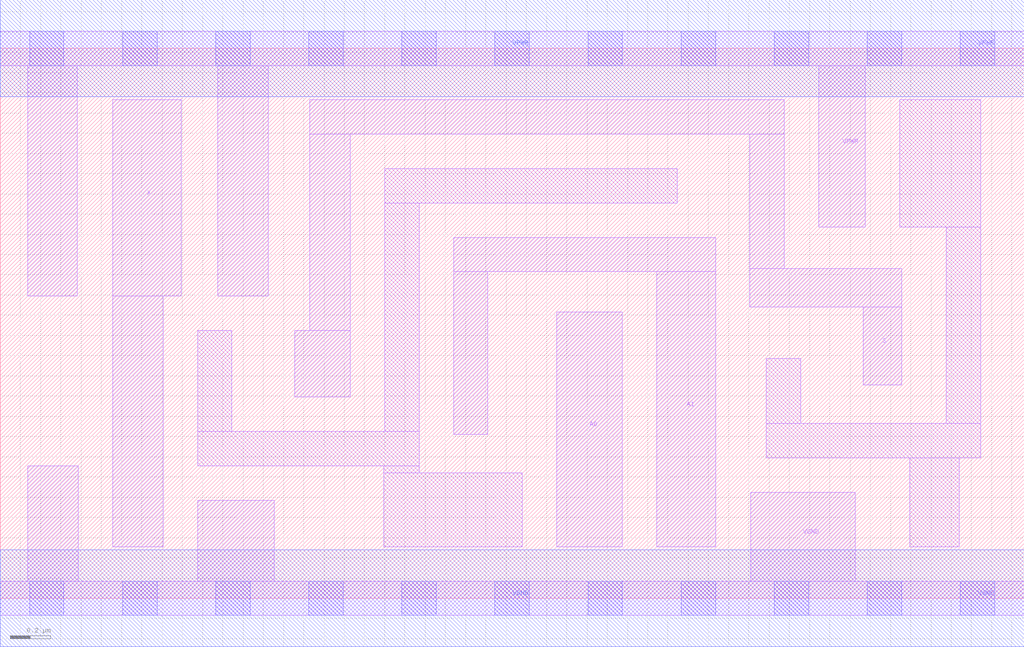
<source format=lef>
# Copyright 2020 The SkyWater PDK Authors
#
# Licensed under the Apache License, Version 2.0 (the "License");
# you may not use this file except in compliance with the License.
# You may obtain a copy of the License at
#
#     https://www.apache.org/licenses/LICENSE-2.0
#
# Unless required by applicable law or agreed to in writing, software
# distributed under the License is distributed on an "AS IS" BASIS,
# WITHOUT WARRANTIES OR CONDITIONS OF ANY KIND, either express or implied.
# See the License for the specific language governing permissions and
# limitations under the License.
#
# SPDX-License-Identifier: Apache-2.0

VERSION 5.7 ;
  NAMESCASESENSITIVE ON ;
  NOWIREEXTENSIONATPIN ON ;
  DIVIDERCHAR "/" ;
  BUSBITCHARS "[]" ;
UNITS
  DATABASE MICRONS 200 ;
END UNITS
PROPERTYDEFINITIONS
  MACRO maskLayoutSubType STRING ;
  MACRO prCellType STRING ;
  MACRO originalViewName STRING ;
END PROPERTYDEFINITIONS
MACRO sky130_fd_sc_hdll__clkmux2_2
  CLASS CORE ;
  FOREIGN sky130_fd_sc_hdll__clkmux2_2 ;
  ORIGIN  0.000000  0.000000 ;
  SIZE  5.060000 BY  2.720000 ;
  SYMMETRY X Y R90 ;
  SITE unithd ;
  PIN A0
    ANTENNAGATEAREA  0.232200 ;
    DIRECTION INPUT ;
    USE SIGNAL ;
    PORT
      LAYER li1 ;
        RECT 2.750000 0.255000 3.075000 1.415000 ;
    END
  END A0
  PIN A1
    ANTENNAGATEAREA  0.232200 ;
    DIRECTION INPUT ;
    USE SIGNAL ;
    PORT
      LAYER li1 ;
        RECT 2.240000 0.810000 2.410000 1.615000 ;
        RECT 2.240000 1.615000 3.535000 1.785000 ;
        RECT 3.245000 0.255000 3.535000 1.615000 ;
    END
  END A1
  PIN S
    ANTENNAGATEAREA  0.479400 ;
    DIRECTION INPUT ;
    USE SIGNAL ;
    PORT
      LAYER li1 ;
        RECT 1.455000 0.995000 1.730000 1.325000 ;
        RECT 1.530000 1.325000 1.730000 2.295000 ;
        RECT 1.530000 2.295000 3.875000 2.465000 ;
        RECT 3.705000 1.440000 4.455000 1.630000 ;
        RECT 3.705000 1.630000 3.875000 2.295000 ;
        RECT 4.265000 1.055000 4.455000 1.440000 ;
    END
  END S
  PIN VGND
    ANTENNADIFFAREA  0.632000 ;
    DIRECTION INOUT ;
    USE SIGNAL ;
    PORT
      LAYER li1 ;
        RECT 0.000000 -0.085000 5.060000 0.085000 ;
        RECT 0.135000  0.085000 0.385000 0.655000 ;
        RECT 0.975000  0.085000 1.355000 0.485000 ;
        RECT 3.710000  0.085000 4.225000 0.525000 ;
      LAYER mcon ;
        RECT 0.145000 -0.085000 0.315000 0.085000 ;
        RECT 0.605000 -0.085000 0.775000 0.085000 ;
        RECT 1.065000 -0.085000 1.235000 0.085000 ;
        RECT 1.525000 -0.085000 1.695000 0.085000 ;
        RECT 1.985000 -0.085000 2.155000 0.085000 ;
        RECT 2.445000 -0.085000 2.615000 0.085000 ;
        RECT 2.905000 -0.085000 3.075000 0.085000 ;
        RECT 3.365000 -0.085000 3.535000 0.085000 ;
        RECT 3.825000 -0.085000 3.995000 0.085000 ;
        RECT 4.285000 -0.085000 4.455000 0.085000 ;
        RECT 4.745000 -0.085000 4.915000 0.085000 ;
      LAYER met1 ;
        RECT 0.000000 -0.240000 5.060000 0.240000 ;
    END
  END VGND
  PIN VPWR
    ANTENNADIFFAREA  1.066400 ;
    DIRECTION INOUT ;
    USE SIGNAL ;
    PORT
      LAYER li1 ;
        RECT 0.000000 2.635000 5.060000 2.805000 ;
        RECT 0.135000 1.495000 0.380000 2.635000 ;
        RECT 1.075000 1.495000 1.325000 2.635000 ;
        RECT 4.045000 1.835000 4.275000 2.635000 ;
      LAYER mcon ;
        RECT 0.145000 2.635000 0.315000 2.805000 ;
        RECT 0.605000 2.635000 0.775000 2.805000 ;
        RECT 1.065000 2.635000 1.235000 2.805000 ;
        RECT 1.525000 2.635000 1.695000 2.805000 ;
        RECT 1.985000 2.635000 2.155000 2.805000 ;
        RECT 2.445000 2.635000 2.615000 2.805000 ;
        RECT 2.905000 2.635000 3.075000 2.805000 ;
        RECT 3.365000 2.635000 3.535000 2.805000 ;
        RECT 3.825000 2.635000 3.995000 2.805000 ;
        RECT 4.285000 2.635000 4.455000 2.805000 ;
        RECT 4.745000 2.635000 4.915000 2.805000 ;
      LAYER met1 ;
        RECT 0.000000 2.480000 5.060000 2.960000 ;
    END
  END VPWR
  PIN X
    ANTENNADIFFAREA  0.430400 ;
    DIRECTION OUTPUT ;
    USE SIGNAL ;
    PORT
      LAYER li1 ;
        RECT 0.555000 0.255000 0.805000 1.495000 ;
        RECT 0.555000 1.495000 0.895000 2.465000 ;
    END
  END X
  OBS
    LAYER li1 ;
      RECT 0.975000 0.655000 2.070000 0.825000 ;
      RECT 0.975000 0.825000 1.145000 1.325000 ;
      RECT 1.895000 0.255000 2.580000 0.620000 ;
      RECT 1.895000 0.620000 2.070000 0.655000 ;
      RECT 1.900000 0.825000 2.070000 1.955000 ;
      RECT 1.900000 1.955000 3.345000 2.125000 ;
      RECT 3.785000 0.695000 4.845000 0.865000 ;
      RECT 3.785000 0.865000 3.955000 1.185000 ;
      RECT 4.445000 1.835000 4.845000 2.465000 ;
      RECT 4.495000 0.255000 4.740000 0.695000 ;
      RECT 4.675000 0.865000 4.845000 1.835000 ;
  END
  PROPERTY maskLayoutSubType "abstract" ;
  PROPERTY prCellType "standard" ;
  PROPERTY originalViewName "layout" ;
END sky130_fd_sc_hdll__clkmux2_2

</source>
